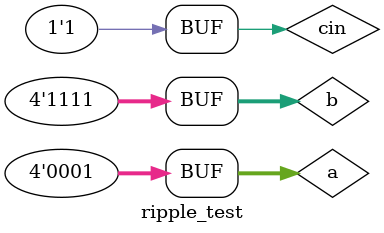
<source format=v>
`timescale 1ns / 1ps


module ripple_test;

	// Inputs
	reg [3:0] a;
	reg [3:0] b;
	reg cin;

	// Outputs
	wire [3:0] sum;
	wire cout;

	// Instantiate the Unit Under Test (UUT)
	ripple_adder uut (
		.a(a), 
		.b(b), 
		.cin(cin), 
		.sum(sum), 
		.cout(cout)
	);

	initial begin

		a = 4'b0011; b = 4'b1100; cin = 1'b0; #100;
		a = 4'b0011; b = 4'b1100; cin = 1'b1; #100;
		a = 4'b0001; b = 4'b1111; cin = 1'b1; #100;


	end
      
endmodule


</source>
